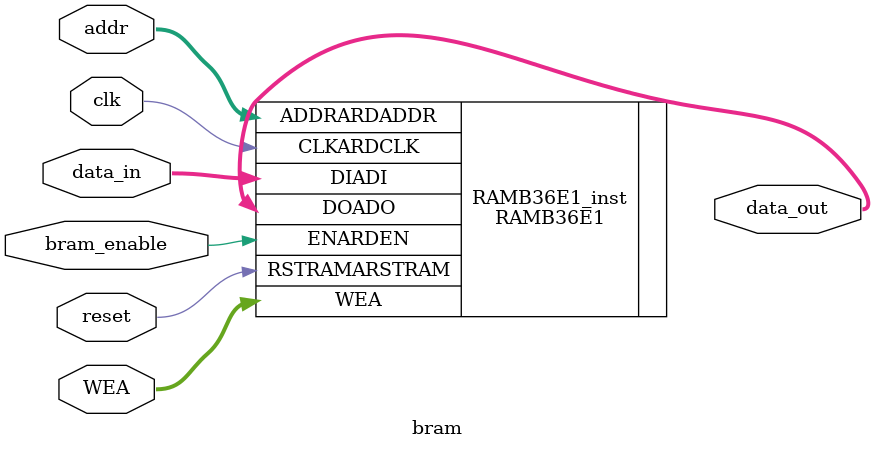
<source format=v>


//  <-----Cut code below this line---->

   // RAMB36E1: 36K-bit Configurable Synchronous Block RAM
   //           Artix-7
   // Xilinx HDL Language Template, version 2018.3
module bram (clk, reset, bram_enable, WEA, data_in, addr, data_out);
input [3:0] WEA;
input [31:0] data_in;
input [15:0] addr;
input clk, reset, bram_enable;
output [31:0] data_out;
//reg REGCEAREGCE = 1;


RAMB36E1 #(
    // Address Collision Mode: "PERFORMANCE" or "DELAYED_WRITE" 
    .RDADDR_COLLISION_HWCONFIG("DELAYED_WRITE"),
    // Collision check: Values ("ALL", "WARNING_ONLY", "GENERATE_X_ONLY" or "NONE")
    .SIM_COLLISION_CHECK("ALL"),
    // DOA_REG, DOB_REG: Optional output register (0 or 1)
    .DOA_REG(0),
    //.DOB_REG(0),
    .EN_ECC_READ("FALSE"),                                                            // Enable ECC decoder,
                                                                                    // FALSE, TRUE
    .EN_ECC_WRITE("FALSE"),                                                           // Enable ECC encoder,
                                                                                    // FALSE, TRUE
    // INITP_00 to INITP_0F: Initial contents of the parity memory array
    // .INITP_00(256'h0000000000000000000000000000000000000000000000000000000000000000),
    // .INITP_01(256'h0000000000000000000000000000000000000000000000000000000000000000),
    // .INITP_02(256'h0000000000000000000000000000000000000000000000000000000000000000),
    // .INITP_03(256'h0000000000000000000000000000000000000000000000000000000000000000),
    // .INITP_04(256'h0000000000000000000000000000000000000000000000000000000000000000),
    // .INITP_05(256'h0000000000000000000000000000000000000000000000000000000000000000),
    // .INITP_06(256'h0000000000000000000000000000000000000000000000000000000000000000),
    // .INITP_07(256'h0000000000000000000000000000000000000000000000000000000000000000),
    // .INITP_08(256'h0000000000000000000000000000000000000000000000000000000000000000),
    // .INITP_09(256'h0000000000000000000000000000000000000000000000000000000000000000),
    // .INITP_0A(256'h0000000000000000000000000000000000000000000000000000000000000000),
    // .INITP_0B(256'h0000000000000000000000000000000000000000000000000000000000000000),
    // .INITP_0C(256'h0000000000000000000000000000000000000000000000000000000000000000),
    // .INITP_0D(256'h0000000000000000000000000000000000000000000000000000000000000000),
    // .INITP_0E(256'h0000000000000000000000000000000000000000000000000000000000000000),
    // .INITP_0F(256'h0000000000000000000000000000000000000000000000000000000000000000),
    // INIT_00 to INIT_7F: Initial contents of the data memory array
    .INIT_00(256'h0000000000000000000000000000000000000000000000000000000000000000),
    .INIT_01(256'h0000000000000000000000000000000000000000000000000000000000000000),
    .INIT_02(256'h0000000000000000000000000000000000000000000000000000000000000000),
    .INIT_03(256'h0000000000000000000000000000000000000000000000000000000000000000),
    .INIT_04(256'h0000000000000000000000000000000000000000000000000000000000000000),
    .INIT_05(256'h0000000000000000000000000000000000000000000000000000000000000000),
    .INIT_06(256'h0000000000000000000000000000000000000000000000000000000000000000),
    .INIT_07(256'h0000000000000000000000000000000000000000000000000000000000000000),
    .INIT_08(256'h0000000000000000000000000000000000000000000000000000000000000000),
    .INIT_09(256'h0000000000000000000000000000000000000000000000000000000000000000),
    .INIT_0A(256'h0000000000000000000000000000000000000000000000000000000000000000),
    .INIT_0B(256'h0000000000000000000000000000000000000000000000000000000000000000),
    .INIT_0C(256'h0000000000000000000000000000000000000000000000000000000000000000),
    .INIT_0D(256'h0000000000000000000000000000000000000000000000000000000000000000),
    .INIT_0E(256'h0000000000000000000000000000000000000000000000000000000000000000),
    .INIT_0F(256'h0000000000000000000000000000000000000000000000000000000000000000),
    .INIT_10(256'h0000000000000000000000000000000000000000000000000000000000000000),
    .INIT_11(256'h0000000000000000000000000000000000000000000000000000000000000000),
    .INIT_12(256'h0000000000000000000000000000000000000000000000000000000000000000),
    .INIT_13(256'h0000000000000000000000000000000000000000000000000000000000000000),
    .INIT_14(256'h0000000000000000000000000000000000000000000000000000000000000000),
    .INIT_15(256'h0000000000000000000000000000000000000000000000000000000000000000),
    .INIT_16(256'h0000000000000000000000000000000000000000000000000000000000000000),
    .INIT_17(256'h0000000000000000000000000000000000000000000000000000000000000000),
    .INIT_18(256'h0000000000000000000000000000000000000000000000000000000000000000),
    .INIT_19(256'h0000000000000000000000000000000000000000000000000000000000000000),
    .INIT_1A(256'h0000000000000000000000000000000000000000000000000000000000000000),
    .INIT_1B(256'h0000000000000000000000000000000000000000000000000000000000000000),
    .INIT_1C(256'h0000000000000000000000000000000000000000000000000000000000000000),
    .INIT_1D(256'h0000000000000000000000000000000000000000000000000000000000000000),
    .INIT_1E(256'h0000000000000000000000000000000000000000000000000000000000000000),
    .INIT_1F(256'h0000000000000000000000000000000000000000000000000000000000000000),
    .INIT_20(256'h0000000000000000000000000000000000000000000000000000000000000000),
    .INIT_21(256'h0000000000000000000000000000000000000000000000000000000000000000),
    .INIT_22(256'h0000000000000000000000000000000000000000000000000000000000000000),
    .INIT_23(256'h0000000000000000000000000000000000000000000000000000000000000000),
    .INIT_24(256'h0000000000000000000000000000000000000000000000000000000000000000),
    .INIT_25(256'h0000000000000000000000000000000000000000000000000000000000000000),
    .INIT_26(256'h0000000000000000000000000000000000000000000000000000000000000000),
    .INIT_27(256'h0000000000000000000000000000000000000000000000000000000000000000),
    .INIT_28(256'h0000000000000000000000000000000000000000000000000000000000000000),
    .INIT_29(256'h0000000000000000000000000000000000000000000000000000000000000000),
    .INIT_2A(256'h0000000000000000000000000000000000000000000000000000000000000000),
    .INIT_2B(256'h0000000000000000000000000000000000000000000000000000000000000000),
    .INIT_2C(256'h0000000000000000000000000000000000000000000000000000000000000000),
    .INIT_2D(256'h0000000000000000000000000000000000000000000000000000000000000000),
    .INIT_2E(256'h0000000000000000000000000000000000000000000000000000000000000000),
    .INIT_2F(256'h0000000000000000000000000000000000000000000000000000000000000000),
    .INIT_30(256'h0000000000000000000000000000000000000000000000000000000000000000),
    .INIT_31(256'h0000000000000000000000000000000000000000000000000000000000000000),
    .INIT_32(256'h0000000000000000000000000000000000000000000000000000000000000000),
    .INIT_33(256'h0000000000000000000000000000000000000000000000000000000000000000),
    .INIT_34(256'h0000000000000000000000000000000000000000000000000000000000000000),
    .INIT_35(256'h0000000000000000000000000000000000000000000000000000000000000000),
    .INIT_36(256'h0000000000000000000000000000000000000000000000000000000000000000),
    .INIT_37(256'h0000000000000000000000000000000000000000000000000000000000000000),
    .INIT_38(256'h0000000000000000000000000000000000000000000000000000000000000000),
    .INIT_39(256'h0000000000000000000000000000000000000000000000000000000000000000),
    .INIT_3A(256'h0000000000000000000000000000000000000000000000000000000000000000),
    .INIT_3B(256'h0000000000000000000000000000000000000000000000000000000000000000),
    .INIT_3C(256'h0000000000000000000000000000000000000000000000000000000000000000),
    .INIT_3D(256'h0000000000000000000000000000000000000000000000000000000000000000),
    .INIT_3E(256'h0000000000000000000000000000000000000000000000000000000000000000),
    .INIT_3F(256'h0000000000000000000000000000000000000000000000000000000000000000),
    .INIT_40(256'h0000000000000000000000000000000000000000000000000000000000000000),
    .INIT_41(256'h0000000000000000000000000000000000000000000000000000000000000000),
    .INIT_42(256'h0000000000000000000000000000000000000000000000000000000000000000),
    .INIT_43(256'h0000000000000000000000000000000000000000000000000000000000000000),
    .INIT_44(256'h0000000000000000000000000000000000000000000000000000000000000000),
    .INIT_45(256'h0000000000000000000000000000000000000000000000000000000000000000),
    .INIT_46(256'h0000000000000000000000000000000000000000000000000000000000000000),
    .INIT_47(256'h0000000000000000000000000000000000000000000000000000000000000000),
    .INIT_48(256'h0000000000000000000000000000000000000000000000000000000000000000),
    .INIT_49(256'h0000000000000000000000000000000000000000000000000000000000000000),
    .INIT_4A(256'h0000000000000000000000000000000000000000000000000000000000000000),
    .INIT_4B(256'h0000000000000000000000000000000000000000000000000000000000000000),
    .INIT_4C(256'h0000000000000000000000000000000000000000000000000000000000000000),
    .INIT_4D(256'h0000000000000000000000000000000000000000000000000000000000000000),
    .INIT_4E(256'h0000000000000000000000000000000000000000000000000000000000000000),
    .INIT_4F(256'h0000000000000000000000000000000000000000000000000000000000000000),
    .INIT_50(256'h0000000000000000000000000000000000000000000000000000000000000000),
    .INIT_51(256'h0000000000000000000000000000000000000000000000000000000000000000),
    .INIT_52(256'h0000000000000000000000000000000000000000000000000000000000000000),
    .INIT_53(256'h0000000000000000000000000000000000000000000000000000000000000000),
    .INIT_54(256'h0000000000000000000000000000000000000000000000000000000000000000),
    .INIT_55(256'h0000000000000000000000000000000000000000000000000000000000000000),
    .INIT_56(256'h0000000000000000000000000000000000000000000000000000000000000000),
    .INIT_57(256'h0000000000000000000000000000000000000000000000000000000000000000),
    .INIT_58(256'h0000000000000000000000000000000000000000000000000000000000000000),
    .INIT_59(256'h0000000000000000000000000000000000000000000000000000000000000000),
    .INIT_5A(256'h0000000000000000000000000000000000000000000000000000000000000000),
    .INIT_5B(256'h0000000000000000000000000000000000000000000000000000000000000000),
    .INIT_5C(256'h0000000000000000000000000000000000000000000000000000000000000000),
    .INIT_5D(256'h0000000000000000000000000000000000000000000000000000000000000000),
    .INIT_5E(256'h0000000000000000000000000000000000000000000000000000000000000000),
    .INIT_5F(256'h0000000000000000000000000000000000000000000000000000000000000000),
    .INIT_60(256'h0000000000000000000000000000000000000000000000000000000000000000),
    .INIT_61(256'h0000000000000000000000000000000000000000000000000000000000000000),
    .INIT_62(256'h0000000000000000000000000000000000000000000000000000000000000000),
    .INIT_63(256'h0000000000000000000000000000000000000000000000000000000000000000),
    .INIT_64(256'h0000000000000000000000000000000000000000000000000000000000000000),
    .INIT_65(256'h0000000000000000000000000000000000000000000000000000000000000000),
    .INIT_66(256'h0000000000000000000000000000000000000000000000000000000000000000),
    .INIT_67(256'h0000000000000000000000000000000000000000000000000000000000000000),
    .INIT_68(256'h0000000000000000000000000000000000000000000000000000000000000000),
    .INIT_69(256'h0000000000000000000000000000000000000000000000000000000000000000),
    .INIT_6A(256'h0000000000000000000000000000000000000000000000000000000000000000),
    .INIT_6B(256'h0000000000000000000000000000000000000000000000000000000000000000),
    .INIT_6C(256'h0000000000000000000000000000000000000000000000000000000000000000),
    .INIT_6D(256'h0000000000000000000000000000000000000000000000000000000000000000),
    .INIT_6E(256'h0000000000000000000000000000000000000000000000000000000000000000),
    .INIT_6F(256'h0000000000000000000000000000000000000000000000000000000000000000),
    .INIT_70(256'h0000000000000000000000000000000000000000000000000000000000000000),
    .INIT_71(256'h0000000000000000000000000000000000000000000000000000000000000000),
    .INIT_72(256'h0000000000000000000000000000000000000000000000000000000000000000),
    .INIT_73(256'h0000000000000000000000000000000000000000000000000000000000000000),
    .INIT_74(256'h0000000000000000000000000000000000000000000000000000000000000000),
    .INIT_75(256'h0000000000000000000000000000000000000000000000000000000000000000),
    .INIT_76(256'h0000000000000000000000000000000000000000000000000000000000000000),
    .INIT_77(256'h0000000000000000000000000000000000000000000000000000000000000000),
    .INIT_78(256'h0000000000000000000000000000000000000000000000000000000000000000),
    .INIT_79(256'h0000000000000000000000000000000000000000000000000000000000000000),
    .INIT_7A(256'h0000000000000000000000000000000000000000000000000000000000000000),
    .INIT_7B(256'h0000000000000000000000000000000000000000000000000000000000000000),
    .INIT_7C(256'h0000000000000000000000000000000000000000000000000000000000000000),
    .INIT_7D(256'h0000000000000000000000000000000000000000000000000000000000000000),
    .INIT_7E(256'h0000000000000000000000000000000000000000000000000000000000000000),
    .INIT_7F(256'h0000000000000000000000000000000000000000000000000000000000000000),
    // INIT_A, INIT_B: Initial values on output ports
    .INIT_A(36'h000000000),
    //.INIT_B(36'h000000000),
    // Initialization File: RAM initialization file
    .INIT_FILE("NONE"),
    // RAM Mode: "SDP" or "TDP" 
    .RAM_MODE("TDP"),
    // RAM_EXTENSION_A, RAM_EXTENSION_B: Selects cascade mode ("UPPER", "LOWER", or "NONE")
    .RAM_EXTENSION_A("NONE"),
    //.RAM_EXTENSION_B("NONE"),
    // READ_WIDTH_A/B, WRITE_WIDTH_A/B: Read/write width per port
    .READ_WIDTH_A(36),                                                                 // 0-72
    //.READ_WIDTH_B(0),                                                                 // 0-36
    .WRITE_WIDTH_A(36),                                                                // 0-36
    //.WRITE_WIDTH_B(0),                                                                // 0-72
    // RSTREG_PRIORITY_A, RSTREG_PRIORITY_B: Reset or enable priority ("RSTREG" or "REGCE")
    .RSTREG_PRIORITY_A("RSTREG"),
    //.RSTREG_PRIORITY_B("RSTREG"),
    // SRVAL_A, SRVAL_B: Set/reset value for output
    .SRVAL_A(36'h000000000),
    //.SRVAL_B(36'h000000000),
    // Simulation Device: Must be set to "7SERIES" for simulation behavior
    .SIM_DEVICE("7SERIES"),
    // WriteMode: Value on output upon a write ("WRITE_FIRST", "READ_FIRST", or "NO_CHANGE")
    .WRITE_MODE_A("WRITE_FIRST")
    //.WRITE_MODE_B("WRITE_FIRST")
)

RAMB36E1_inst (
    // Cascade Signals: 1-bit (each) output: BRAM cascade ports (to create 64kx1)
    //.CASCADEOUTA(CASCADEOUTA),     // 1-bit output: A port cascade
//   .CASCADEOUTB(CASCADEOUTB),     // 1-bit output: B port cascade
    // ECC Signals: 1-bit (each) output: Error Correction Circuitry ports
    // .DBITERR(DBITERR),             // 1-bit output: Double bit error status
    // .ECCPARITY(ECCPARITY),         // 8-bit output: Generated error correction parity
    // .RDADDRECC(RDADDRECC),         // 9-bit output: ECC read address
    // .SBITERR(SBITERR),             // 1-bit output: Single bit error status
    // Port A Data: 32-bit (each) output: Port A data
    .DOADO(data_out),                 // 32-bit output: A port data/LSB data
    //.DOPADOP(DOPADOP),             // 4-bit output: A port parity/LSB parity
    // Port B Data: 32-bit (each) output: Port B data
//   .DOBDO(DOBDO),                 // 32-bit output: B port data/MSB data
//   .DOPBDOP(DOPBDOP),             // 4-bit output: B port parity/MSB parity
    // Cascade Signals: 1-bit (each) input: BRAM cascade ports (to create 64kx1)
    //.CASCADEINA(CASCADEINA),       // 1-bit input: A port cascade
//   .CASCADEINB(CASCADEINB),       // 1-bit input: B port cascade
    // ECC Signals: 1-bit (each) input: Error Correction Circuitry ports
    // .INJECTDBITERR(INJECTDBITERR), // 1-bit input: Inject a double bit error
    // .INJECTSBITERR(INJECTSBITERR), // 1-bit input: Inject a single bit error
    // Port A Address/Control Signals: 16-bit (each) input: Port A address and control signals (read port
    // when RAM_MODE="SDP")
    .ADDRARDADDR(addr),     // 16-bit input: A port address/Read address
    .CLKARDCLK(clk),         // 1-bit input: A port clock/Read clock
    .ENARDEN(bram_enable),             // 1-bit input: A port enable/Read enable
    //.REGCEAREGCE(REGCEAREGCE),     // 1-bit input: A port register enable/Register enable
    .RSTRAMARSTRAM(reset), // 1-bit input: A port set/reset
    //.RSTREGARSTREG(RSTREGARSTREG), // 1-bit input: A port register set/reset
    .WEA(WEA),                     // 4-bit input: A port write enable
    // Port A Data: 32-bit (each) input: Port A data
    .DIADI(data_in)                    // 32-bit input: A port data/LSB data
    //.DIPADIP(DIPADIP),             // 4-bit input: A port parity/LSB parity
    // Port B Address/Control Signals: 16-bit (each) input: Port B address and control signals (write port
    // when RAM_MODE="SDP")
  //.ADDRBWRADDR(ADDRBWRADDR),     // 16-bit input: B port address/Write address
  //.CLKBWRCLK(clk),         // 1-bit input: B port clock/Write clock
  //.ENBWREN(write_enable),             // 1-bit input: B port enable/Write enable
  //.REGCEB(REGCEB),               // 1-bit input: B port register enable
  //.RSTRAMB(reset),             // 1-bit input: B port set/reset
  //.RSTREGB(RSTREGB),             // 1-bit input: B port register set/reset
  //.WEBWE(WEBWE),                 // 8-bit input: B port write enable/Write enable
  // Port B Data: 32-bit (each) input: Port B data
  //.DIBDI(DIBDI),                 // 32-bit input: B port data/MSB data
  //.DIPBDIP(DIPBDIP)              // 4-bit input: B port parity/MSB parity
);

// End of RAMB36E1_inst instantiation
                
endmodule
</source>
